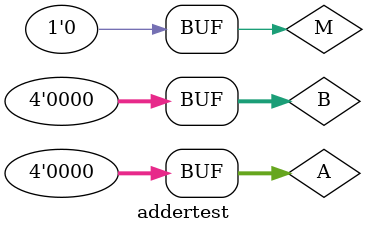
<source format=v>
`timescale 1ns / 1ps


module addertest;

	// Inputs
	reg [3:0] A;
	reg [3:0] B;
	reg M;

	// Outputs
	wire [3:0] S;
	wire Cout;

	// Instantiate the Unit Under Test (UUT)
	Adder4bit uut (
		.S(S), 
		.Cout(Cout), 
		.A(A), 
		.B(B), 
		.M(M)
	);

	initial begin
		// Initialize Inputs
		A = 0;
		B = 0;
		M = 0;

		// Wait 100 ns for global reset to finish
		#100;
        
		// Add stimulus here

	end
      
endmodule


</source>
